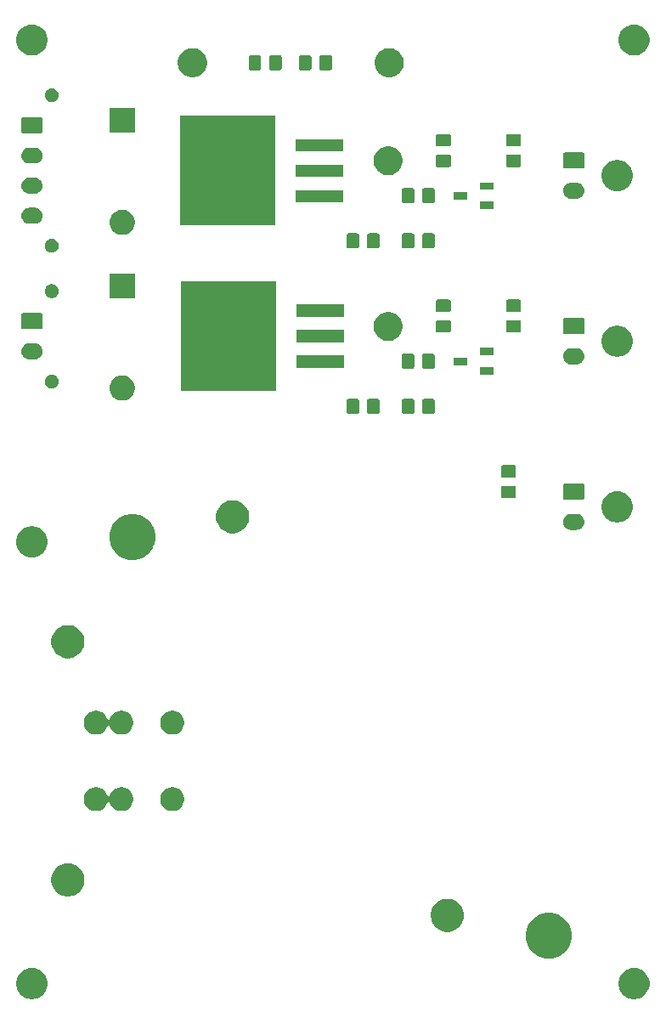
<source format=gbr>
G04 #@! TF.GenerationSoftware,KiCad,Pcbnew,(5.1.5)-3*
G04 #@! TF.CreationDate,2021-01-10T22:56:31-06:00*
G04 #@! TF.ProjectId,ContactorDriver,436f6e74-6163-4746-9f72-447269766572,rev?*
G04 #@! TF.SameCoordinates,Original*
G04 #@! TF.FileFunction,Soldermask,Top*
G04 #@! TF.FilePolarity,Negative*
%FSLAX46Y46*%
G04 Gerber Fmt 4.6, Leading zero omitted, Abs format (unit mm)*
G04 Created by KiCad (PCBNEW (5.1.5)-3) date 2021-01-10 22:56:31*
%MOMM*%
%LPD*%
G04 APERTURE LIST*
%ADD10C,0.100000*%
G04 APERTURE END LIST*
D10*
G36*
X227302585Y-163478802D02*
G01*
X227452410Y-163508604D01*
X227734674Y-163625521D01*
X227988705Y-163795259D01*
X228204741Y-164011295D01*
X228374479Y-164265326D01*
X228491396Y-164547590D01*
X228551000Y-164847240D01*
X228551000Y-165152760D01*
X228491396Y-165452410D01*
X228374479Y-165734674D01*
X228204741Y-165988705D01*
X227988705Y-166204741D01*
X227734674Y-166374479D01*
X227452410Y-166491396D01*
X227302585Y-166521198D01*
X227152761Y-166551000D01*
X226847239Y-166551000D01*
X226697415Y-166521198D01*
X226547590Y-166491396D01*
X226265326Y-166374479D01*
X226011295Y-166204741D01*
X225795259Y-165988705D01*
X225625521Y-165734674D01*
X225508604Y-165452410D01*
X225449000Y-165152760D01*
X225449000Y-164847240D01*
X225508604Y-164547590D01*
X225625521Y-164265326D01*
X225795259Y-164011295D01*
X226011295Y-163795259D01*
X226265326Y-163625521D01*
X226547590Y-163508604D01*
X226697415Y-163478802D01*
X226847239Y-163449000D01*
X227152761Y-163449000D01*
X227302585Y-163478802D01*
G37*
G36*
X167302585Y-163478802D02*
G01*
X167452410Y-163508604D01*
X167734674Y-163625521D01*
X167988705Y-163795259D01*
X168204741Y-164011295D01*
X168374479Y-164265326D01*
X168491396Y-164547590D01*
X168551000Y-164847240D01*
X168551000Y-165152760D01*
X168491396Y-165452410D01*
X168374479Y-165734674D01*
X168204741Y-165988705D01*
X167988705Y-166204741D01*
X167734674Y-166374479D01*
X167452410Y-166491396D01*
X167302585Y-166521198D01*
X167152761Y-166551000D01*
X166847239Y-166551000D01*
X166697415Y-166521198D01*
X166547590Y-166491396D01*
X166265326Y-166374479D01*
X166011295Y-166204741D01*
X165795259Y-165988705D01*
X165625521Y-165734674D01*
X165508604Y-165452410D01*
X165449000Y-165152760D01*
X165449000Y-164847240D01*
X165508604Y-164547590D01*
X165625521Y-164265326D01*
X165795259Y-164011295D01*
X166011295Y-163795259D01*
X166265326Y-163625521D01*
X166547590Y-163508604D01*
X166697415Y-163478802D01*
X166847239Y-163449000D01*
X167152761Y-163449000D01*
X167302585Y-163478802D01*
G37*
G36*
X219171304Y-158037002D02*
G01*
X219590139Y-158210489D01*
X219590141Y-158210490D01*
X219779891Y-158337277D01*
X219967082Y-158462354D01*
X220287646Y-158782918D01*
X220539511Y-159159861D01*
X220712998Y-159578696D01*
X220801440Y-160023327D01*
X220801440Y-160476673D01*
X220712998Y-160921304D01*
X220539511Y-161340139D01*
X220539510Y-161340141D01*
X220287645Y-161717083D01*
X219967083Y-162037645D01*
X219590141Y-162289510D01*
X219590140Y-162289511D01*
X219590139Y-162289511D01*
X219171304Y-162462998D01*
X218726673Y-162551440D01*
X218273327Y-162551440D01*
X217828696Y-162462998D01*
X217409861Y-162289511D01*
X217409860Y-162289511D01*
X217409859Y-162289510D01*
X217032917Y-162037645D01*
X216712355Y-161717083D01*
X216460490Y-161340141D01*
X216460489Y-161340139D01*
X216287002Y-160921304D01*
X216198560Y-160476673D01*
X216198560Y-160023327D01*
X216287002Y-159578696D01*
X216460489Y-159159861D01*
X216712354Y-158782918D01*
X217032918Y-158462354D01*
X217220109Y-158337277D01*
X217409859Y-158210490D01*
X217409861Y-158210489D01*
X217828696Y-158037002D01*
X218273327Y-157948560D01*
X218726673Y-157948560D01*
X219171304Y-158037002D01*
G37*
G36*
X208775256Y-156591298D02*
G01*
X208881579Y-156612447D01*
X209182042Y-156736903D01*
X209452451Y-156917585D01*
X209682415Y-157147549D01*
X209682416Y-157147551D01*
X209863098Y-157417960D01*
X209987553Y-157718422D01*
X210051000Y-158037389D01*
X210051000Y-158362611D01*
X210008702Y-158575256D01*
X209987553Y-158681579D01*
X209863097Y-158982042D01*
X209682415Y-159252451D01*
X209452451Y-159482415D01*
X209182042Y-159663097D01*
X208881579Y-159787553D01*
X208775256Y-159808702D01*
X208562611Y-159851000D01*
X208237389Y-159851000D01*
X208024744Y-159808702D01*
X207918421Y-159787553D01*
X207617958Y-159663097D01*
X207347549Y-159482415D01*
X207117585Y-159252451D01*
X206936903Y-158982042D01*
X206812447Y-158681579D01*
X206791298Y-158575256D01*
X206749000Y-158362611D01*
X206749000Y-158037389D01*
X206812447Y-157718422D01*
X206936902Y-157417960D01*
X207117584Y-157147551D01*
X207117585Y-157147549D01*
X207347549Y-156917585D01*
X207617958Y-156736903D01*
X207918421Y-156612447D01*
X208024744Y-156591298D01*
X208237389Y-156549000D01*
X208562611Y-156549000D01*
X208775256Y-156591298D01*
G37*
G36*
X170955256Y-153071298D02*
G01*
X171061579Y-153092447D01*
X171362042Y-153216903D01*
X171632451Y-153397585D01*
X171862415Y-153627549D01*
X172043097Y-153897958D01*
X172167553Y-154198421D01*
X172231000Y-154517391D01*
X172231000Y-154842609D01*
X172167553Y-155161579D01*
X172043097Y-155462042D01*
X171862415Y-155732451D01*
X171632451Y-155962415D01*
X171362042Y-156143097D01*
X171061579Y-156267553D01*
X170955256Y-156288702D01*
X170742611Y-156331000D01*
X170417389Y-156331000D01*
X170204744Y-156288702D01*
X170098421Y-156267553D01*
X169797958Y-156143097D01*
X169527549Y-155962415D01*
X169297585Y-155732451D01*
X169116903Y-155462042D01*
X168992447Y-155161579D01*
X168929000Y-154842609D01*
X168929000Y-154517391D01*
X168992447Y-154198421D01*
X169116903Y-153897958D01*
X169297585Y-153627549D01*
X169527549Y-153397585D01*
X169797958Y-153216903D01*
X170098421Y-153092447D01*
X170204744Y-153071298D01*
X170417389Y-153029000D01*
X170742611Y-153029000D01*
X170955256Y-153071298D01*
G37*
G36*
X181348276Y-145471884D02*
G01*
X181565569Y-145561890D01*
X181565571Y-145561891D01*
X181761130Y-145692560D01*
X181927440Y-145858870D01*
X182058110Y-146054431D01*
X182148116Y-146271724D01*
X182194000Y-146502400D01*
X182194000Y-146737600D01*
X182148116Y-146968276D01*
X182058110Y-147185569D01*
X182058109Y-147185571D01*
X181927440Y-147381130D01*
X181761130Y-147547440D01*
X181565571Y-147678109D01*
X181565570Y-147678110D01*
X181565569Y-147678110D01*
X181348276Y-147768116D01*
X181117600Y-147814000D01*
X180882400Y-147814000D01*
X180651724Y-147768116D01*
X180434431Y-147678110D01*
X180434430Y-147678110D01*
X180434429Y-147678109D01*
X180238870Y-147547440D01*
X180072560Y-147381130D01*
X179941891Y-147185571D01*
X179941890Y-147185569D01*
X179851884Y-146968276D01*
X179806000Y-146737600D01*
X179806000Y-146502400D01*
X179851884Y-146271724D01*
X179941890Y-146054431D01*
X180072560Y-145858870D01*
X180238870Y-145692560D01*
X180434429Y-145561891D01*
X180434431Y-145561890D01*
X180651724Y-145471884D01*
X180882400Y-145426000D01*
X181117600Y-145426000D01*
X181348276Y-145471884D01*
G37*
G36*
X173728276Y-145471884D02*
G01*
X173945569Y-145561890D01*
X173945571Y-145561891D01*
X174141130Y-145692560D01*
X174307440Y-145858870D01*
X174438110Y-146054431D01*
X174529513Y-146275097D01*
X174534516Y-146291589D01*
X174546067Y-146313199D01*
X174561613Y-146332141D01*
X174580555Y-146347686D01*
X174602165Y-146359237D01*
X174625614Y-146366350D01*
X174650000Y-146368752D01*
X174674387Y-146366350D01*
X174697836Y-146359237D01*
X174719446Y-146347686D01*
X174738388Y-146332140D01*
X174753933Y-146313198D01*
X174765484Y-146291588D01*
X174770486Y-146275098D01*
X174861890Y-146054431D01*
X174992560Y-145858870D01*
X175158870Y-145692560D01*
X175354429Y-145561891D01*
X175354431Y-145561890D01*
X175571724Y-145471884D01*
X175802400Y-145426000D01*
X176037600Y-145426000D01*
X176268276Y-145471884D01*
X176485569Y-145561890D01*
X176485571Y-145561891D01*
X176681130Y-145692560D01*
X176847440Y-145858870D01*
X176978110Y-146054431D01*
X177068116Y-146271724D01*
X177114000Y-146502400D01*
X177114000Y-146737600D01*
X177068116Y-146968276D01*
X176978110Y-147185569D01*
X176978109Y-147185571D01*
X176847440Y-147381130D01*
X176681130Y-147547440D01*
X176485571Y-147678109D01*
X176485570Y-147678110D01*
X176485569Y-147678110D01*
X176268276Y-147768116D01*
X176037600Y-147814000D01*
X175802400Y-147814000D01*
X175571724Y-147768116D01*
X175354431Y-147678110D01*
X175354430Y-147678110D01*
X175354429Y-147678109D01*
X175158870Y-147547440D01*
X174992560Y-147381130D01*
X174861891Y-147185571D01*
X174771885Y-146968277D01*
X174770487Y-146964903D01*
X174765484Y-146948411D01*
X174753933Y-146926801D01*
X174738387Y-146907859D01*
X174719445Y-146892314D01*
X174697835Y-146880763D01*
X174674386Y-146873650D01*
X174650000Y-146871248D01*
X174625613Y-146873650D01*
X174602164Y-146880763D01*
X174580554Y-146892314D01*
X174561612Y-146907860D01*
X174546067Y-146926802D01*
X174534516Y-146948412D01*
X174529514Y-146964902D01*
X174438110Y-147185569D01*
X174438109Y-147185571D01*
X174307440Y-147381130D01*
X174141130Y-147547440D01*
X173945571Y-147678109D01*
X173945570Y-147678110D01*
X173945569Y-147678110D01*
X173728276Y-147768116D01*
X173497600Y-147814000D01*
X173262400Y-147814000D01*
X173031724Y-147768116D01*
X172814431Y-147678110D01*
X172814430Y-147678110D01*
X172814429Y-147678109D01*
X172618870Y-147547440D01*
X172452560Y-147381130D01*
X172321891Y-147185571D01*
X172321890Y-147185569D01*
X172231884Y-146968276D01*
X172186000Y-146737600D01*
X172186000Y-146502400D01*
X172231884Y-146271724D01*
X172321890Y-146054431D01*
X172452560Y-145858870D01*
X172618870Y-145692560D01*
X172814429Y-145561891D01*
X172814431Y-145561890D01*
X173031724Y-145471884D01*
X173262400Y-145426000D01*
X173497600Y-145426000D01*
X173728276Y-145471884D01*
G37*
G36*
X181348276Y-137851884D02*
G01*
X181565569Y-137941890D01*
X181565571Y-137941891D01*
X181761130Y-138072560D01*
X181927440Y-138238870D01*
X182058110Y-138434431D01*
X182148116Y-138651724D01*
X182194000Y-138882400D01*
X182194000Y-139117600D01*
X182148116Y-139348276D01*
X182058110Y-139565569D01*
X182058109Y-139565571D01*
X181927440Y-139761130D01*
X181761130Y-139927440D01*
X181565571Y-140058109D01*
X181565570Y-140058110D01*
X181565569Y-140058110D01*
X181348276Y-140148116D01*
X181117600Y-140194000D01*
X180882400Y-140194000D01*
X180651724Y-140148116D01*
X180434431Y-140058110D01*
X180434430Y-140058110D01*
X180434429Y-140058109D01*
X180238870Y-139927440D01*
X180072560Y-139761130D01*
X179941891Y-139565571D01*
X179941890Y-139565569D01*
X179851884Y-139348276D01*
X179806000Y-139117600D01*
X179806000Y-138882400D01*
X179851884Y-138651724D01*
X179941890Y-138434431D01*
X180072560Y-138238870D01*
X180238870Y-138072560D01*
X180434429Y-137941891D01*
X180434431Y-137941890D01*
X180651724Y-137851884D01*
X180882400Y-137806000D01*
X181117600Y-137806000D01*
X181348276Y-137851884D01*
G37*
G36*
X173728276Y-137851884D02*
G01*
X173945569Y-137941890D01*
X173945571Y-137941891D01*
X174141130Y-138072560D01*
X174307440Y-138238870D01*
X174438110Y-138434431D01*
X174529513Y-138655097D01*
X174534516Y-138671589D01*
X174546067Y-138693199D01*
X174561613Y-138712141D01*
X174580555Y-138727686D01*
X174602165Y-138739237D01*
X174625614Y-138746350D01*
X174650000Y-138748752D01*
X174674387Y-138746350D01*
X174697836Y-138739237D01*
X174719446Y-138727686D01*
X174738388Y-138712140D01*
X174753933Y-138693198D01*
X174765484Y-138671588D01*
X174770486Y-138655098D01*
X174861890Y-138434431D01*
X174992560Y-138238870D01*
X175158870Y-138072560D01*
X175354429Y-137941891D01*
X175354431Y-137941890D01*
X175571724Y-137851884D01*
X175802400Y-137806000D01*
X176037600Y-137806000D01*
X176268276Y-137851884D01*
X176485569Y-137941890D01*
X176485571Y-137941891D01*
X176681130Y-138072560D01*
X176847440Y-138238870D01*
X176978110Y-138434431D01*
X177068116Y-138651724D01*
X177114000Y-138882400D01*
X177114000Y-139117600D01*
X177068116Y-139348276D01*
X176978110Y-139565569D01*
X176978109Y-139565571D01*
X176847440Y-139761130D01*
X176681130Y-139927440D01*
X176485571Y-140058109D01*
X176485570Y-140058110D01*
X176485569Y-140058110D01*
X176268276Y-140148116D01*
X176037600Y-140194000D01*
X175802400Y-140194000D01*
X175571724Y-140148116D01*
X175354431Y-140058110D01*
X175354430Y-140058110D01*
X175354429Y-140058109D01*
X175158870Y-139927440D01*
X174992560Y-139761130D01*
X174861891Y-139565571D01*
X174771885Y-139348277D01*
X174770487Y-139344903D01*
X174765484Y-139328411D01*
X174753933Y-139306801D01*
X174738387Y-139287859D01*
X174719445Y-139272314D01*
X174697835Y-139260763D01*
X174674386Y-139253650D01*
X174650000Y-139251248D01*
X174625613Y-139253650D01*
X174602164Y-139260763D01*
X174580554Y-139272314D01*
X174561612Y-139287860D01*
X174546067Y-139306802D01*
X174534516Y-139328412D01*
X174529514Y-139344902D01*
X174438110Y-139565569D01*
X174438109Y-139565571D01*
X174307440Y-139761130D01*
X174141130Y-139927440D01*
X173945571Y-140058109D01*
X173945570Y-140058110D01*
X173945569Y-140058110D01*
X173728276Y-140148116D01*
X173497600Y-140194000D01*
X173262400Y-140194000D01*
X173031724Y-140148116D01*
X172814431Y-140058110D01*
X172814430Y-140058110D01*
X172814429Y-140058109D01*
X172618870Y-139927440D01*
X172452560Y-139761130D01*
X172321891Y-139565571D01*
X172321890Y-139565569D01*
X172231884Y-139348276D01*
X172186000Y-139117600D01*
X172186000Y-138882400D01*
X172231884Y-138651724D01*
X172321890Y-138434431D01*
X172452560Y-138238870D01*
X172618870Y-138072560D01*
X172814429Y-137941891D01*
X172814431Y-137941890D01*
X173031724Y-137851884D01*
X173262400Y-137806000D01*
X173497600Y-137806000D01*
X173728276Y-137851884D01*
G37*
G36*
X170955256Y-129331298D02*
G01*
X171061579Y-129352447D01*
X171362042Y-129476903D01*
X171632451Y-129657585D01*
X171862415Y-129887549D01*
X172043097Y-130157958D01*
X172167553Y-130458421D01*
X172231000Y-130777391D01*
X172231000Y-131102609D01*
X172167553Y-131421579D01*
X172043097Y-131722042D01*
X171862415Y-131992451D01*
X171632451Y-132222415D01*
X171362042Y-132403097D01*
X171061579Y-132527553D01*
X170955256Y-132548702D01*
X170742611Y-132591000D01*
X170417389Y-132591000D01*
X170204744Y-132548702D01*
X170098421Y-132527553D01*
X169797958Y-132403097D01*
X169527549Y-132222415D01*
X169297585Y-131992451D01*
X169116903Y-131722042D01*
X168992447Y-131421579D01*
X168929000Y-131102609D01*
X168929000Y-130777391D01*
X168992447Y-130458421D01*
X169116903Y-130157958D01*
X169297585Y-129887549D01*
X169527549Y-129657585D01*
X169797958Y-129476903D01*
X170098421Y-129352447D01*
X170204744Y-129331298D01*
X170417389Y-129289000D01*
X170742611Y-129289000D01*
X170955256Y-129331298D01*
G37*
G36*
X177671304Y-118287002D02*
G01*
X178018625Y-118430867D01*
X178090141Y-118460490D01*
X178228345Y-118552835D01*
X178455687Y-118704740D01*
X178467083Y-118712355D01*
X178787645Y-119032917D01*
X178971459Y-119308013D01*
X179039511Y-119409861D01*
X179212998Y-119828696D01*
X179301440Y-120273327D01*
X179301440Y-120726673D01*
X179212998Y-121171304D01*
X179096560Y-121452410D01*
X179039510Y-121590141D01*
X178787645Y-121967083D01*
X178467083Y-122287645D01*
X178090141Y-122539510D01*
X178090140Y-122539511D01*
X178090139Y-122539511D01*
X177671304Y-122712998D01*
X177226673Y-122801440D01*
X176773327Y-122801440D01*
X176328696Y-122712998D01*
X175909861Y-122539511D01*
X175909860Y-122539511D01*
X175909859Y-122539510D01*
X175532917Y-122287645D01*
X175212355Y-121967083D01*
X174960490Y-121590141D01*
X174903440Y-121452410D01*
X174787002Y-121171304D01*
X174698560Y-120726673D01*
X174698560Y-120273327D01*
X174787002Y-119828696D01*
X174960489Y-119409861D01*
X175028542Y-119308013D01*
X175212355Y-119032917D01*
X175532917Y-118712355D01*
X175544314Y-118704740D01*
X175771655Y-118552835D01*
X175909859Y-118460490D01*
X175981375Y-118430867D01*
X176328696Y-118287002D01*
X176773327Y-118198560D01*
X177226673Y-118198560D01*
X177671304Y-118287002D01*
G37*
G36*
X167302585Y-119478802D02*
G01*
X167452410Y-119508604D01*
X167734674Y-119625521D01*
X167988705Y-119795259D01*
X168204741Y-120011295D01*
X168374479Y-120265326D01*
X168491396Y-120547590D01*
X168491396Y-120547591D01*
X168551000Y-120847239D01*
X168551000Y-121152761D01*
X168547311Y-121171305D01*
X168491396Y-121452410D01*
X168374479Y-121734674D01*
X168204741Y-121988705D01*
X167988705Y-122204741D01*
X167734674Y-122374479D01*
X167452410Y-122491396D01*
X167302585Y-122521198D01*
X167152761Y-122551000D01*
X166847239Y-122551000D01*
X166697415Y-122521198D01*
X166547590Y-122491396D01*
X166265326Y-122374479D01*
X166011295Y-122204741D01*
X165795259Y-121988705D01*
X165625521Y-121734674D01*
X165508604Y-121452410D01*
X165452689Y-121171305D01*
X165449000Y-121152761D01*
X165449000Y-120847239D01*
X165508604Y-120547591D01*
X165508604Y-120547590D01*
X165625521Y-120265326D01*
X165795259Y-120011295D01*
X166011295Y-119795259D01*
X166265326Y-119625521D01*
X166547590Y-119508604D01*
X166697415Y-119478802D01*
X166847239Y-119449000D01*
X167152761Y-119449000D01*
X167302585Y-119478802D01*
G37*
G36*
X187375256Y-116891298D02*
G01*
X187481579Y-116912447D01*
X187782042Y-117036903D01*
X188052451Y-117217585D01*
X188282415Y-117447549D01*
X188463097Y-117717958D01*
X188463098Y-117717960D01*
X188587553Y-118018422D01*
X188651000Y-118337389D01*
X188651000Y-118662611D01*
X188641105Y-118712354D01*
X188587553Y-118981579D01*
X188463097Y-119282042D01*
X188282415Y-119552451D01*
X188052451Y-119782415D01*
X187782042Y-119963097D01*
X187481579Y-120087553D01*
X187375256Y-120108702D01*
X187162611Y-120151000D01*
X186837389Y-120151000D01*
X186624744Y-120108702D01*
X186518421Y-120087553D01*
X186217958Y-119963097D01*
X185947549Y-119782415D01*
X185717585Y-119552451D01*
X185536903Y-119282042D01*
X185412447Y-118981579D01*
X185358895Y-118712354D01*
X185349000Y-118662611D01*
X185349000Y-118337389D01*
X185412447Y-118018422D01*
X185536902Y-117717960D01*
X185536903Y-117717958D01*
X185717585Y-117447549D01*
X185947549Y-117217585D01*
X186217958Y-117036903D01*
X186518421Y-116912447D01*
X186624744Y-116891298D01*
X186837389Y-116849000D01*
X187162611Y-116849000D01*
X187375256Y-116891298D01*
G37*
G36*
X221338571Y-118202863D02*
G01*
X221417023Y-118210590D01*
X221496417Y-118234674D01*
X221568013Y-118256392D01*
X221707165Y-118330771D01*
X221829133Y-118430867D01*
X221929229Y-118552835D01*
X222003608Y-118691987D01*
X222007477Y-118704741D01*
X222049410Y-118842977D01*
X222064875Y-119000000D01*
X222049410Y-119157023D01*
X222018875Y-119257682D01*
X222003608Y-119308013D01*
X221929229Y-119447165D01*
X221829133Y-119569133D01*
X221707165Y-119669229D01*
X221568013Y-119743608D01*
X221517682Y-119758875D01*
X221417023Y-119789410D01*
X221338571Y-119797137D01*
X221299346Y-119801000D01*
X220700654Y-119801000D01*
X220661429Y-119797137D01*
X220582977Y-119789410D01*
X220482318Y-119758875D01*
X220431987Y-119743608D01*
X220292835Y-119669229D01*
X220170867Y-119569133D01*
X220070771Y-119447165D01*
X219996392Y-119308013D01*
X219981125Y-119257682D01*
X219950590Y-119157023D01*
X219935125Y-119000000D01*
X219950590Y-118842977D01*
X219992523Y-118704741D01*
X219996392Y-118691987D01*
X220070771Y-118552835D01*
X220170867Y-118430867D01*
X220292835Y-118330771D01*
X220431987Y-118256392D01*
X220503583Y-118234674D01*
X220582977Y-118210590D01*
X220661429Y-118202863D01*
X220700654Y-118199000D01*
X221299346Y-118199000D01*
X221338571Y-118202863D01*
G37*
G36*
X225622585Y-115978802D02*
G01*
X225772410Y-116008604D01*
X226054674Y-116125521D01*
X226308705Y-116295259D01*
X226524741Y-116511295D01*
X226694479Y-116765326D01*
X226811396Y-117047590D01*
X226871000Y-117347240D01*
X226871000Y-117652760D01*
X226811396Y-117952410D01*
X226694479Y-118234674D01*
X226524741Y-118488705D01*
X226308705Y-118704741D01*
X226054674Y-118874479D01*
X225772410Y-118991396D01*
X225622585Y-119021198D01*
X225472761Y-119051000D01*
X225167239Y-119051000D01*
X225017415Y-119021198D01*
X224867590Y-118991396D01*
X224585326Y-118874479D01*
X224331295Y-118704741D01*
X224115259Y-118488705D01*
X223945521Y-118234674D01*
X223828604Y-117952410D01*
X223769000Y-117652760D01*
X223769000Y-117347240D01*
X223828604Y-117047590D01*
X223945521Y-116765326D01*
X224115259Y-116511295D01*
X224331295Y-116295259D01*
X224585326Y-116125521D01*
X224867590Y-116008604D01*
X225017415Y-115978802D01*
X225167239Y-115949000D01*
X225472761Y-115949000D01*
X225622585Y-115978802D01*
G37*
G36*
X221913048Y-115203122D02*
G01*
X221947387Y-115213539D01*
X221979036Y-115230456D01*
X222006778Y-115253222D01*
X222029544Y-115280964D01*
X222046461Y-115312613D01*
X222056878Y-115346952D01*
X222061000Y-115388807D01*
X222061000Y-116611193D01*
X222056878Y-116653048D01*
X222046461Y-116687387D01*
X222029544Y-116719036D01*
X222006778Y-116746778D01*
X221979036Y-116769544D01*
X221947387Y-116786461D01*
X221913048Y-116796878D01*
X221871193Y-116801000D01*
X220128807Y-116801000D01*
X220086952Y-116796878D01*
X220052613Y-116786461D01*
X220020964Y-116769544D01*
X219993222Y-116746778D01*
X219970456Y-116719036D01*
X219953539Y-116687387D01*
X219943122Y-116653048D01*
X219939000Y-116611193D01*
X219939000Y-115388807D01*
X219943122Y-115346952D01*
X219953539Y-115312613D01*
X219970456Y-115280964D01*
X219993222Y-115253222D01*
X220020964Y-115230456D01*
X220052613Y-115213539D01*
X220086952Y-115203122D01*
X220128807Y-115199000D01*
X221871193Y-115199000D01*
X221913048Y-115203122D01*
G37*
G36*
X215088674Y-115403465D02*
G01*
X215126367Y-115414899D01*
X215161103Y-115433466D01*
X215191548Y-115458452D01*
X215216534Y-115488897D01*
X215235101Y-115523633D01*
X215246535Y-115561326D01*
X215251000Y-115606661D01*
X215251000Y-116443339D01*
X215246535Y-116488674D01*
X215235101Y-116526367D01*
X215216534Y-116561103D01*
X215191548Y-116591548D01*
X215161103Y-116616534D01*
X215126367Y-116635101D01*
X215088674Y-116646535D01*
X215043339Y-116651000D01*
X213956661Y-116651000D01*
X213911326Y-116646535D01*
X213873633Y-116635101D01*
X213838897Y-116616534D01*
X213808452Y-116591548D01*
X213783466Y-116561103D01*
X213764899Y-116526367D01*
X213753465Y-116488674D01*
X213749000Y-116443339D01*
X213749000Y-115606661D01*
X213753465Y-115561326D01*
X213764899Y-115523633D01*
X213783466Y-115488897D01*
X213808452Y-115458452D01*
X213838897Y-115433466D01*
X213873633Y-115414899D01*
X213911326Y-115403465D01*
X213956661Y-115399000D01*
X215043339Y-115399000D01*
X215088674Y-115403465D01*
G37*
G36*
X215088674Y-113353465D02*
G01*
X215126367Y-113364899D01*
X215161103Y-113383466D01*
X215191548Y-113408452D01*
X215216534Y-113438897D01*
X215235101Y-113473633D01*
X215246535Y-113511326D01*
X215251000Y-113556661D01*
X215251000Y-114393339D01*
X215246535Y-114438674D01*
X215235101Y-114476367D01*
X215216534Y-114511103D01*
X215191548Y-114541548D01*
X215161103Y-114566534D01*
X215126367Y-114585101D01*
X215088674Y-114596535D01*
X215043339Y-114601000D01*
X213956661Y-114601000D01*
X213911326Y-114596535D01*
X213873633Y-114585101D01*
X213838897Y-114566534D01*
X213808452Y-114541548D01*
X213783466Y-114511103D01*
X213764899Y-114476367D01*
X213753465Y-114438674D01*
X213749000Y-114393339D01*
X213749000Y-113556661D01*
X213753465Y-113511326D01*
X213764899Y-113473633D01*
X213783466Y-113438897D01*
X213808452Y-113408452D01*
X213838897Y-113383466D01*
X213873633Y-113364899D01*
X213911326Y-113353465D01*
X213956661Y-113349000D01*
X215043339Y-113349000D01*
X215088674Y-113353465D01*
G37*
G36*
X206988674Y-106753465D02*
G01*
X207026367Y-106764899D01*
X207061103Y-106783466D01*
X207091548Y-106808452D01*
X207116534Y-106838897D01*
X207135101Y-106873633D01*
X207146535Y-106911326D01*
X207151000Y-106956661D01*
X207151000Y-108043339D01*
X207146535Y-108088674D01*
X207135101Y-108126367D01*
X207116534Y-108161103D01*
X207091548Y-108191548D01*
X207061103Y-108216534D01*
X207026367Y-108235101D01*
X206988674Y-108246535D01*
X206943339Y-108251000D01*
X206106661Y-108251000D01*
X206061326Y-108246535D01*
X206023633Y-108235101D01*
X205988897Y-108216534D01*
X205958452Y-108191548D01*
X205933466Y-108161103D01*
X205914899Y-108126367D01*
X205903465Y-108088674D01*
X205899000Y-108043339D01*
X205899000Y-106956661D01*
X205903465Y-106911326D01*
X205914899Y-106873633D01*
X205933466Y-106838897D01*
X205958452Y-106808452D01*
X205988897Y-106783466D01*
X206023633Y-106764899D01*
X206061326Y-106753465D01*
X206106661Y-106749000D01*
X206943339Y-106749000D01*
X206988674Y-106753465D01*
G37*
G36*
X199438674Y-106753465D02*
G01*
X199476367Y-106764899D01*
X199511103Y-106783466D01*
X199541548Y-106808452D01*
X199566534Y-106838897D01*
X199585101Y-106873633D01*
X199596535Y-106911326D01*
X199601000Y-106956661D01*
X199601000Y-108043339D01*
X199596535Y-108088674D01*
X199585101Y-108126367D01*
X199566534Y-108161103D01*
X199541548Y-108191548D01*
X199511103Y-108216534D01*
X199476367Y-108235101D01*
X199438674Y-108246535D01*
X199393339Y-108251000D01*
X198556661Y-108251000D01*
X198511326Y-108246535D01*
X198473633Y-108235101D01*
X198438897Y-108216534D01*
X198408452Y-108191548D01*
X198383466Y-108161103D01*
X198364899Y-108126367D01*
X198353465Y-108088674D01*
X198349000Y-108043339D01*
X198349000Y-106956661D01*
X198353465Y-106911326D01*
X198364899Y-106873633D01*
X198383466Y-106838897D01*
X198408452Y-106808452D01*
X198438897Y-106783466D01*
X198473633Y-106764899D01*
X198511326Y-106753465D01*
X198556661Y-106749000D01*
X199393339Y-106749000D01*
X199438674Y-106753465D01*
G37*
G36*
X201488674Y-106753465D02*
G01*
X201526367Y-106764899D01*
X201561103Y-106783466D01*
X201591548Y-106808452D01*
X201616534Y-106838897D01*
X201635101Y-106873633D01*
X201646535Y-106911326D01*
X201651000Y-106956661D01*
X201651000Y-108043339D01*
X201646535Y-108088674D01*
X201635101Y-108126367D01*
X201616534Y-108161103D01*
X201591548Y-108191548D01*
X201561103Y-108216534D01*
X201526367Y-108235101D01*
X201488674Y-108246535D01*
X201443339Y-108251000D01*
X200606661Y-108251000D01*
X200561326Y-108246535D01*
X200523633Y-108235101D01*
X200488897Y-108216534D01*
X200458452Y-108191548D01*
X200433466Y-108161103D01*
X200414899Y-108126367D01*
X200403465Y-108088674D01*
X200399000Y-108043339D01*
X200399000Y-106956661D01*
X200403465Y-106911326D01*
X200414899Y-106873633D01*
X200433466Y-106838897D01*
X200458452Y-106808452D01*
X200488897Y-106783466D01*
X200523633Y-106764899D01*
X200561326Y-106753465D01*
X200606661Y-106749000D01*
X201443339Y-106749000D01*
X201488674Y-106753465D01*
G37*
G36*
X204938674Y-106753465D02*
G01*
X204976367Y-106764899D01*
X205011103Y-106783466D01*
X205041548Y-106808452D01*
X205066534Y-106838897D01*
X205085101Y-106873633D01*
X205096535Y-106911326D01*
X205101000Y-106956661D01*
X205101000Y-108043339D01*
X205096535Y-108088674D01*
X205085101Y-108126367D01*
X205066534Y-108161103D01*
X205041548Y-108191548D01*
X205011103Y-108216534D01*
X204976367Y-108235101D01*
X204938674Y-108246535D01*
X204893339Y-108251000D01*
X204056661Y-108251000D01*
X204011326Y-108246535D01*
X203973633Y-108235101D01*
X203938897Y-108216534D01*
X203908452Y-108191548D01*
X203883466Y-108161103D01*
X203864899Y-108126367D01*
X203853465Y-108088674D01*
X203849000Y-108043339D01*
X203849000Y-106956661D01*
X203853465Y-106911326D01*
X203864899Y-106873633D01*
X203883466Y-106838897D01*
X203908452Y-106808452D01*
X203938897Y-106783466D01*
X203973633Y-106764899D01*
X204011326Y-106753465D01*
X204056661Y-106749000D01*
X204893339Y-106749000D01*
X204938674Y-106753465D01*
G37*
G36*
X176364903Y-104457075D02*
G01*
X176592571Y-104551378D01*
X176797466Y-104688285D01*
X176971715Y-104862534D01*
X177108622Y-105067429D01*
X177108623Y-105067431D01*
X177108679Y-105067566D01*
X177202925Y-105295097D01*
X177251000Y-105536787D01*
X177251000Y-105783213D01*
X177202925Y-106024903D01*
X177108622Y-106252571D01*
X176971715Y-106457466D01*
X176797466Y-106631715D01*
X176592571Y-106768622D01*
X176592570Y-106768623D01*
X176592569Y-106768623D01*
X176364903Y-106862925D01*
X176123214Y-106911000D01*
X175876786Y-106911000D01*
X175635097Y-106862925D01*
X175407431Y-106768623D01*
X175407430Y-106768623D01*
X175407429Y-106768622D01*
X175202534Y-106631715D01*
X175028285Y-106457466D01*
X174891378Y-106252571D01*
X174797075Y-106024903D01*
X174749000Y-105783213D01*
X174749000Y-105536787D01*
X174797075Y-105295097D01*
X174891321Y-105067566D01*
X174891377Y-105067431D01*
X174891378Y-105067429D01*
X175028285Y-104862534D01*
X175202534Y-104688285D01*
X175407429Y-104551378D01*
X175635097Y-104457075D01*
X175876786Y-104409000D01*
X176123214Y-104409000D01*
X176364903Y-104457075D01*
G37*
G36*
X191326000Y-105951000D02*
G01*
X181824000Y-105951000D01*
X181824000Y-95049000D01*
X191326000Y-95049000D01*
X191326000Y-105951000D01*
G37*
G36*
X169160098Y-104340362D02*
G01*
X169284941Y-104392074D01*
X169284943Y-104392075D01*
X169310273Y-104409000D01*
X169397299Y-104467149D01*
X169492851Y-104562701D01*
X169567926Y-104675059D01*
X169619638Y-104799902D01*
X169646000Y-104932434D01*
X169646000Y-105067566D01*
X169619638Y-105200098D01*
X169580288Y-105295097D01*
X169567925Y-105324943D01*
X169492851Y-105437299D01*
X169397299Y-105532851D01*
X169284943Y-105607925D01*
X169284942Y-105607926D01*
X169284941Y-105607926D01*
X169160098Y-105659638D01*
X169027566Y-105686000D01*
X168892434Y-105686000D01*
X168759902Y-105659638D01*
X168635059Y-105607926D01*
X168635058Y-105607926D01*
X168635057Y-105607925D01*
X168522701Y-105532851D01*
X168427149Y-105437299D01*
X168352075Y-105324943D01*
X168339712Y-105295097D01*
X168300362Y-105200098D01*
X168274000Y-105067566D01*
X168274000Y-104932434D01*
X168300362Y-104799902D01*
X168352074Y-104675059D01*
X168427149Y-104562701D01*
X168522701Y-104467149D01*
X168609727Y-104409000D01*
X168635057Y-104392075D01*
X168635059Y-104392074D01*
X168759902Y-104340362D01*
X168892434Y-104314000D01*
X169027566Y-104314000D01*
X169160098Y-104340362D01*
G37*
G36*
X212971000Y-104326000D02*
G01*
X211649000Y-104326000D01*
X211649000Y-103574000D01*
X212971000Y-103574000D01*
X212971000Y-104326000D01*
G37*
G36*
X204938674Y-102253465D02*
G01*
X204976367Y-102264899D01*
X205011103Y-102283466D01*
X205041548Y-102308452D01*
X205066534Y-102338897D01*
X205085101Y-102373633D01*
X205096535Y-102411326D01*
X205101000Y-102456661D01*
X205101000Y-103543339D01*
X205096535Y-103588674D01*
X205085101Y-103626367D01*
X205066534Y-103661103D01*
X205041548Y-103691548D01*
X205011103Y-103716534D01*
X204976367Y-103735101D01*
X204938674Y-103746535D01*
X204893339Y-103751000D01*
X204056661Y-103751000D01*
X204011326Y-103746535D01*
X203973633Y-103735101D01*
X203938897Y-103716534D01*
X203908452Y-103691548D01*
X203883466Y-103661103D01*
X203864899Y-103626367D01*
X203853465Y-103588674D01*
X203849000Y-103543339D01*
X203849000Y-102456661D01*
X203853465Y-102411326D01*
X203864899Y-102373633D01*
X203883466Y-102338897D01*
X203908452Y-102308452D01*
X203938897Y-102283466D01*
X203973633Y-102264899D01*
X204011326Y-102253465D01*
X204056661Y-102249000D01*
X204893339Y-102249000D01*
X204938674Y-102253465D01*
G37*
G36*
X206988674Y-102253465D02*
G01*
X207026367Y-102264899D01*
X207061103Y-102283466D01*
X207091548Y-102308452D01*
X207116534Y-102338897D01*
X207135101Y-102373633D01*
X207146535Y-102411326D01*
X207151000Y-102456661D01*
X207151000Y-103543339D01*
X207146535Y-103588674D01*
X207135101Y-103626367D01*
X207116534Y-103661103D01*
X207091548Y-103691548D01*
X207061103Y-103716534D01*
X207026367Y-103735101D01*
X206988674Y-103746535D01*
X206943339Y-103751000D01*
X206106661Y-103751000D01*
X206061326Y-103746535D01*
X206023633Y-103735101D01*
X205988897Y-103716534D01*
X205958452Y-103691548D01*
X205933466Y-103661103D01*
X205914899Y-103626367D01*
X205903465Y-103588674D01*
X205899000Y-103543339D01*
X205899000Y-102456661D01*
X205903465Y-102411326D01*
X205914899Y-102373633D01*
X205933466Y-102338897D01*
X205958452Y-102308452D01*
X205988897Y-102283466D01*
X206023633Y-102264899D01*
X206061326Y-102253465D01*
X206106661Y-102249000D01*
X206943339Y-102249000D01*
X206988674Y-102253465D01*
G37*
G36*
X198076000Y-103641000D02*
G01*
X193374000Y-103641000D01*
X193374000Y-102439000D01*
X198076000Y-102439000D01*
X198076000Y-103641000D01*
G37*
G36*
X210351000Y-103376000D02*
G01*
X209029000Y-103376000D01*
X209029000Y-102624000D01*
X210351000Y-102624000D01*
X210351000Y-103376000D01*
G37*
G36*
X221338571Y-101702863D02*
G01*
X221417023Y-101710590D01*
X221496417Y-101734674D01*
X221568013Y-101756392D01*
X221707165Y-101830771D01*
X221829133Y-101930867D01*
X221929229Y-102052835D01*
X222003608Y-102191987D01*
X222007477Y-102204741D01*
X222049410Y-102342977D01*
X222064875Y-102500000D01*
X222049410Y-102657023D01*
X222045707Y-102669229D01*
X222003608Y-102808013D01*
X221929229Y-102947165D01*
X221829133Y-103069133D01*
X221707165Y-103169229D01*
X221568013Y-103243608D01*
X221517682Y-103258875D01*
X221417023Y-103289410D01*
X221338571Y-103297137D01*
X221299346Y-103301000D01*
X220700654Y-103301000D01*
X220661429Y-103297137D01*
X220582977Y-103289410D01*
X220482318Y-103258875D01*
X220431987Y-103243608D01*
X220292835Y-103169229D01*
X220170867Y-103069133D01*
X220070771Y-102947165D01*
X219996392Y-102808013D01*
X219954293Y-102669229D01*
X219950590Y-102657023D01*
X219935125Y-102500000D01*
X219950590Y-102342977D01*
X219992523Y-102204741D01*
X219996392Y-102191987D01*
X220070771Y-102052835D01*
X220170867Y-101930867D01*
X220292835Y-101830771D01*
X220431987Y-101756392D01*
X220503583Y-101734674D01*
X220582977Y-101710590D01*
X220661429Y-101702863D01*
X220700654Y-101699000D01*
X221299346Y-101699000D01*
X221338571Y-101702863D01*
G37*
G36*
X167338571Y-101202863D02*
G01*
X167417023Y-101210590D01*
X167517682Y-101241125D01*
X167568013Y-101256392D01*
X167707165Y-101330771D01*
X167829133Y-101430867D01*
X167929229Y-101552835D01*
X168003608Y-101691987D01*
X168003608Y-101691988D01*
X168049410Y-101842977D01*
X168064875Y-102000000D01*
X168049410Y-102157023D01*
X168038803Y-102191988D01*
X168003608Y-102308013D01*
X167929229Y-102447165D01*
X167829133Y-102569133D01*
X167707165Y-102669229D01*
X167568013Y-102743608D01*
X167517682Y-102758875D01*
X167417023Y-102789410D01*
X167338571Y-102797137D01*
X167299346Y-102801000D01*
X166700654Y-102801000D01*
X166661429Y-102797137D01*
X166582977Y-102789410D01*
X166482318Y-102758875D01*
X166431987Y-102743608D01*
X166292835Y-102669229D01*
X166170867Y-102569133D01*
X166070771Y-102447165D01*
X165996392Y-102308013D01*
X165961197Y-102191988D01*
X165950590Y-102157023D01*
X165935125Y-102000000D01*
X165950590Y-101842977D01*
X165996392Y-101691988D01*
X165996392Y-101691987D01*
X166070771Y-101552835D01*
X166170867Y-101430867D01*
X166292835Y-101330771D01*
X166431987Y-101256392D01*
X166482318Y-101241125D01*
X166582977Y-101210590D01*
X166661429Y-101202863D01*
X166700654Y-101199000D01*
X167299346Y-101199000D01*
X167338571Y-101202863D01*
G37*
G36*
X225622585Y-99478802D02*
G01*
X225772410Y-99508604D01*
X226054674Y-99625521D01*
X226308705Y-99795259D01*
X226524741Y-100011295D01*
X226694479Y-100265326D01*
X226811396Y-100547590D01*
X226871000Y-100847240D01*
X226871000Y-101152760D01*
X226811396Y-101452410D01*
X226694479Y-101734674D01*
X226524741Y-101988705D01*
X226308705Y-102204741D01*
X226054674Y-102374479D01*
X225772410Y-102491396D01*
X225622711Y-102521173D01*
X225472761Y-102551000D01*
X225167239Y-102551000D01*
X225017289Y-102521173D01*
X224867590Y-102491396D01*
X224585326Y-102374479D01*
X224331295Y-102204741D01*
X224115259Y-101988705D01*
X223945521Y-101734674D01*
X223828604Y-101452410D01*
X223769000Y-101152760D01*
X223769000Y-100847240D01*
X223828604Y-100547590D01*
X223945521Y-100265326D01*
X224115259Y-100011295D01*
X224331295Y-99795259D01*
X224585326Y-99625521D01*
X224867590Y-99508604D01*
X225017415Y-99478802D01*
X225167239Y-99449000D01*
X225472761Y-99449000D01*
X225622585Y-99478802D01*
G37*
G36*
X212971000Y-102426000D02*
G01*
X211649000Y-102426000D01*
X211649000Y-101674000D01*
X212971000Y-101674000D01*
X212971000Y-102426000D01*
G37*
G36*
X198076000Y-101101000D02*
G01*
X193374000Y-101101000D01*
X193374000Y-99899000D01*
X198076000Y-99899000D01*
X198076000Y-101101000D01*
G37*
G36*
X202923241Y-98129760D02*
G01*
X203187305Y-98239139D01*
X203424958Y-98397934D01*
X203627066Y-98600042D01*
X203785861Y-98837695D01*
X203895240Y-99101759D01*
X203951000Y-99382088D01*
X203951000Y-99667912D01*
X203895240Y-99948241D01*
X203785861Y-100212305D01*
X203627066Y-100449958D01*
X203424958Y-100652066D01*
X203187305Y-100810861D01*
X202923241Y-100920240D01*
X202642912Y-100976000D01*
X202357088Y-100976000D01*
X202076759Y-100920240D01*
X201812695Y-100810861D01*
X201575042Y-100652066D01*
X201372934Y-100449958D01*
X201214139Y-100212305D01*
X201104760Y-99948241D01*
X201049000Y-99667912D01*
X201049000Y-99382088D01*
X201104760Y-99101759D01*
X201214139Y-98837695D01*
X201372934Y-98600042D01*
X201575042Y-98397934D01*
X201812695Y-98239139D01*
X202076759Y-98129760D01*
X202357088Y-98074000D01*
X202642912Y-98074000D01*
X202923241Y-98129760D01*
G37*
G36*
X221913048Y-98703122D02*
G01*
X221947387Y-98713539D01*
X221979036Y-98730456D01*
X222006778Y-98753222D01*
X222029544Y-98780964D01*
X222046461Y-98812613D01*
X222056878Y-98846952D01*
X222061000Y-98888807D01*
X222061000Y-100111193D01*
X222056878Y-100153048D01*
X222046461Y-100187387D01*
X222029544Y-100219036D01*
X222006778Y-100246778D01*
X221979036Y-100269544D01*
X221947387Y-100286461D01*
X221913048Y-100296878D01*
X221871193Y-100301000D01*
X220128807Y-100301000D01*
X220086952Y-100296878D01*
X220052613Y-100286461D01*
X220020964Y-100269544D01*
X219993222Y-100246778D01*
X219970456Y-100219036D01*
X219953539Y-100187387D01*
X219943122Y-100153048D01*
X219939000Y-100111193D01*
X219939000Y-98888807D01*
X219943122Y-98846952D01*
X219953539Y-98812613D01*
X219970456Y-98780964D01*
X219993222Y-98753222D01*
X220020964Y-98730456D01*
X220052613Y-98713539D01*
X220086952Y-98703122D01*
X220128807Y-98699000D01*
X221871193Y-98699000D01*
X221913048Y-98703122D01*
G37*
G36*
X215588674Y-98903465D02*
G01*
X215626367Y-98914899D01*
X215661103Y-98933466D01*
X215691548Y-98958452D01*
X215716534Y-98988897D01*
X215735101Y-99023633D01*
X215746535Y-99061326D01*
X215751000Y-99106661D01*
X215751000Y-99943339D01*
X215746535Y-99988674D01*
X215735101Y-100026367D01*
X215716534Y-100061103D01*
X215691548Y-100091548D01*
X215661103Y-100116534D01*
X215626367Y-100135101D01*
X215588674Y-100146535D01*
X215543339Y-100151000D01*
X214456661Y-100151000D01*
X214411326Y-100146535D01*
X214373633Y-100135101D01*
X214338897Y-100116534D01*
X214308452Y-100091548D01*
X214283466Y-100061103D01*
X214264899Y-100026367D01*
X214253465Y-99988674D01*
X214249000Y-99943339D01*
X214249000Y-99106661D01*
X214253465Y-99061326D01*
X214264899Y-99023633D01*
X214283466Y-98988897D01*
X214308452Y-98958452D01*
X214338897Y-98933466D01*
X214373633Y-98914899D01*
X214411326Y-98903465D01*
X214456661Y-98899000D01*
X215543339Y-98899000D01*
X215588674Y-98903465D01*
G37*
G36*
X208588674Y-98903465D02*
G01*
X208626367Y-98914899D01*
X208661103Y-98933466D01*
X208691548Y-98958452D01*
X208716534Y-98988897D01*
X208735101Y-99023633D01*
X208746535Y-99061326D01*
X208751000Y-99106661D01*
X208751000Y-99943339D01*
X208746535Y-99988674D01*
X208735101Y-100026367D01*
X208716534Y-100061103D01*
X208691548Y-100091548D01*
X208661103Y-100116534D01*
X208626367Y-100135101D01*
X208588674Y-100146535D01*
X208543339Y-100151000D01*
X207456661Y-100151000D01*
X207411326Y-100146535D01*
X207373633Y-100135101D01*
X207338897Y-100116534D01*
X207308452Y-100091548D01*
X207283466Y-100061103D01*
X207264899Y-100026367D01*
X207253465Y-99988674D01*
X207249000Y-99943339D01*
X207249000Y-99106661D01*
X207253465Y-99061326D01*
X207264899Y-99023633D01*
X207283466Y-98988897D01*
X207308452Y-98958452D01*
X207338897Y-98933466D01*
X207373633Y-98914899D01*
X207411326Y-98903465D01*
X207456661Y-98899000D01*
X208543339Y-98899000D01*
X208588674Y-98903465D01*
G37*
G36*
X167913048Y-98203122D02*
G01*
X167947387Y-98213539D01*
X167979036Y-98230456D01*
X168006778Y-98253222D01*
X168029544Y-98280964D01*
X168046461Y-98312613D01*
X168056878Y-98346952D01*
X168061000Y-98388807D01*
X168061000Y-99611193D01*
X168056878Y-99653048D01*
X168046461Y-99687387D01*
X168029544Y-99719036D01*
X168006778Y-99746778D01*
X167979036Y-99769544D01*
X167947387Y-99786461D01*
X167913048Y-99796878D01*
X167871193Y-99801000D01*
X166128807Y-99801000D01*
X166086952Y-99796878D01*
X166052613Y-99786461D01*
X166020964Y-99769544D01*
X165993222Y-99746778D01*
X165970456Y-99719036D01*
X165953539Y-99687387D01*
X165943122Y-99653048D01*
X165939000Y-99611193D01*
X165939000Y-98388807D01*
X165943122Y-98346952D01*
X165953539Y-98312613D01*
X165970456Y-98280964D01*
X165993222Y-98253222D01*
X166020964Y-98230456D01*
X166052613Y-98213539D01*
X166086952Y-98203122D01*
X166128807Y-98199000D01*
X167871193Y-98199000D01*
X167913048Y-98203122D01*
G37*
G36*
X198076000Y-98561000D02*
G01*
X193374000Y-98561000D01*
X193374000Y-97359000D01*
X198076000Y-97359000D01*
X198076000Y-98561000D01*
G37*
G36*
X215588674Y-96853465D02*
G01*
X215626367Y-96864899D01*
X215661103Y-96883466D01*
X215691548Y-96908452D01*
X215716534Y-96938897D01*
X215735101Y-96973633D01*
X215746535Y-97011326D01*
X215751000Y-97056661D01*
X215751000Y-97893339D01*
X215746535Y-97938674D01*
X215735101Y-97976367D01*
X215716534Y-98011103D01*
X215691548Y-98041548D01*
X215661103Y-98066534D01*
X215626367Y-98085101D01*
X215588674Y-98096535D01*
X215543339Y-98101000D01*
X214456661Y-98101000D01*
X214411326Y-98096535D01*
X214373633Y-98085101D01*
X214338897Y-98066534D01*
X214308452Y-98041548D01*
X214283466Y-98011103D01*
X214264899Y-97976367D01*
X214253465Y-97938674D01*
X214249000Y-97893339D01*
X214249000Y-97056661D01*
X214253465Y-97011326D01*
X214264899Y-96973633D01*
X214283466Y-96938897D01*
X214308452Y-96908452D01*
X214338897Y-96883466D01*
X214373633Y-96864899D01*
X214411326Y-96853465D01*
X214456661Y-96849000D01*
X215543339Y-96849000D01*
X215588674Y-96853465D01*
G37*
G36*
X208588674Y-96853465D02*
G01*
X208626367Y-96864899D01*
X208661103Y-96883466D01*
X208691548Y-96908452D01*
X208716534Y-96938897D01*
X208735101Y-96973633D01*
X208746535Y-97011326D01*
X208751000Y-97056661D01*
X208751000Y-97893339D01*
X208746535Y-97938674D01*
X208735101Y-97976367D01*
X208716534Y-98011103D01*
X208691548Y-98041548D01*
X208661103Y-98066534D01*
X208626367Y-98085101D01*
X208588674Y-98096535D01*
X208543339Y-98101000D01*
X207456661Y-98101000D01*
X207411326Y-98096535D01*
X207373633Y-98085101D01*
X207338897Y-98066534D01*
X207308452Y-98041548D01*
X207283466Y-98011103D01*
X207264899Y-97976367D01*
X207253465Y-97938674D01*
X207249000Y-97893339D01*
X207249000Y-97056661D01*
X207253465Y-97011326D01*
X207264899Y-96973633D01*
X207283466Y-96938897D01*
X207308452Y-96908452D01*
X207338897Y-96883466D01*
X207373633Y-96864899D01*
X207411326Y-96853465D01*
X207456661Y-96849000D01*
X208543339Y-96849000D01*
X208588674Y-96853465D01*
G37*
G36*
X177251000Y-96751000D02*
G01*
X174749000Y-96751000D01*
X174749000Y-94249000D01*
X177251000Y-94249000D01*
X177251000Y-96751000D01*
G37*
G36*
X169160098Y-95340362D02*
G01*
X169284941Y-95392074D01*
X169284943Y-95392075D01*
X169397299Y-95467149D01*
X169492851Y-95562701D01*
X169567926Y-95675059D01*
X169619638Y-95799902D01*
X169646000Y-95932434D01*
X169646000Y-96067566D01*
X169619638Y-96200098D01*
X169567926Y-96324941D01*
X169567925Y-96324943D01*
X169492851Y-96437299D01*
X169397299Y-96532851D01*
X169284943Y-96607925D01*
X169284942Y-96607926D01*
X169284941Y-96607926D01*
X169160098Y-96659638D01*
X169027566Y-96686000D01*
X168892434Y-96686000D01*
X168759902Y-96659638D01*
X168635059Y-96607926D01*
X168635058Y-96607926D01*
X168635057Y-96607925D01*
X168522701Y-96532851D01*
X168427149Y-96437299D01*
X168352075Y-96324943D01*
X168352074Y-96324941D01*
X168300362Y-96200098D01*
X168274000Y-96067566D01*
X168274000Y-95932434D01*
X168300362Y-95799902D01*
X168352074Y-95675059D01*
X168427149Y-95562701D01*
X168522701Y-95467149D01*
X168635057Y-95392075D01*
X168635059Y-95392074D01*
X168759902Y-95340362D01*
X168892434Y-95314000D01*
X169027566Y-95314000D01*
X169160098Y-95340362D01*
G37*
G36*
X169160098Y-90840362D02*
G01*
X169284941Y-90892074D01*
X169284943Y-90892075D01*
X169397299Y-90967149D01*
X169492851Y-91062701D01*
X169567926Y-91175059D01*
X169619638Y-91299902D01*
X169646000Y-91432434D01*
X169646000Y-91567566D01*
X169619638Y-91700098D01*
X169567926Y-91824941D01*
X169567925Y-91824943D01*
X169492851Y-91937299D01*
X169397299Y-92032851D01*
X169284943Y-92107925D01*
X169284942Y-92107926D01*
X169284941Y-92107926D01*
X169160098Y-92159638D01*
X169027566Y-92186000D01*
X168892434Y-92186000D01*
X168759902Y-92159638D01*
X168635059Y-92107926D01*
X168635058Y-92107926D01*
X168635057Y-92107925D01*
X168522701Y-92032851D01*
X168427149Y-91937299D01*
X168352075Y-91824943D01*
X168352074Y-91824941D01*
X168300362Y-91700098D01*
X168274000Y-91567566D01*
X168274000Y-91432434D01*
X168300362Y-91299902D01*
X168352074Y-91175059D01*
X168427149Y-91062701D01*
X168522701Y-90967149D01*
X168635057Y-90892075D01*
X168635059Y-90892074D01*
X168759902Y-90840362D01*
X168892434Y-90814000D01*
X169027566Y-90814000D01*
X169160098Y-90840362D01*
G37*
G36*
X204938674Y-90253465D02*
G01*
X204976367Y-90264899D01*
X205011103Y-90283466D01*
X205041548Y-90308452D01*
X205066534Y-90338897D01*
X205085101Y-90373633D01*
X205096535Y-90411326D01*
X205101000Y-90456661D01*
X205101000Y-91543339D01*
X205096535Y-91588674D01*
X205085101Y-91626367D01*
X205066534Y-91661103D01*
X205041548Y-91691548D01*
X205011103Y-91716534D01*
X204976367Y-91735101D01*
X204938674Y-91746535D01*
X204893339Y-91751000D01*
X204056661Y-91751000D01*
X204011326Y-91746535D01*
X203973633Y-91735101D01*
X203938897Y-91716534D01*
X203908452Y-91691548D01*
X203883466Y-91661103D01*
X203864899Y-91626367D01*
X203853465Y-91588674D01*
X203849000Y-91543339D01*
X203849000Y-90456661D01*
X203853465Y-90411326D01*
X203864899Y-90373633D01*
X203883466Y-90338897D01*
X203908452Y-90308452D01*
X203938897Y-90283466D01*
X203973633Y-90264899D01*
X204011326Y-90253465D01*
X204056661Y-90249000D01*
X204893339Y-90249000D01*
X204938674Y-90253465D01*
G37*
G36*
X206988674Y-90253465D02*
G01*
X207026367Y-90264899D01*
X207061103Y-90283466D01*
X207091548Y-90308452D01*
X207116534Y-90338897D01*
X207135101Y-90373633D01*
X207146535Y-90411326D01*
X207151000Y-90456661D01*
X207151000Y-91543339D01*
X207146535Y-91588674D01*
X207135101Y-91626367D01*
X207116534Y-91661103D01*
X207091548Y-91691548D01*
X207061103Y-91716534D01*
X207026367Y-91735101D01*
X206988674Y-91746535D01*
X206943339Y-91751000D01*
X206106661Y-91751000D01*
X206061326Y-91746535D01*
X206023633Y-91735101D01*
X205988897Y-91716534D01*
X205958452Y-91691548D01*
X205933466Y-91661103D01*
X205914899Y-91626367D01*
X205903465Y-91588674D01*
X205899000Y-91543339D01*
X205899000Y-90456661D01*
X205903465Y-90411326D01*
X205914899Y-90373633D01*
X205933466Y-90338897D01*
X205958452Y-90308452D01*
X205988897Y-90283466D01*
X206023633Y-90264899D01*
X206061326Y-90253465D01*
X206106661Y-90249000D01*
X206943339Y-90249000D01*
X206988674Y-90253465D01*
G37*
G36*
X201488674Y-90253465D02*
G01*
X201526367Y-90264899D01*
X201561103Y-90283466D01*
X201591548Y-90308452D01*
X201616534Y-90338897D01*
X201635101Y-90373633D01*
X201646535Y-90411326D01*
X201651000Y-90456661D01*
X201651000Y-91543339D01*
X201646535Y-91588674D01*
X201635101Y-91626367D01*
X201616534Y-91661103D01*
X201591548Y-91691548D01*
X201561103Y-91716534D01*
X201526367Y-91735101D01*
X201488674Y-91746535D01*
X201443339Y-91751000D01*
X200606661Y-91751000D01*
X200561326Y-91746535D01*
X200523633Y-91735101D01*
X200488897Y-91716534D01*
X200458452Y-91691548D01*
X200433466Y-91661103D01*
X200414899Y-91626367D01*
X200403465Y-91588674D01*
X200399000Y-91543339D01*
X200399000Y-90456661D01*
X200403465Y-90411326D01*
X200414899Y-90373633D01*
X200433466Y-90338897D01*
X200458452Y-90308452D01*
X200488897Y-90283466D01*
X200523633Y-90264899D01*
X200561326Y-90253465D01*
X200606661Y-90249000D01*
X201443339Y-90249000D01*
X201488674Y-90253465D01*
G37*
G36*
X199438674Y-90253465D02*
G01*
X199476367Y-90264899D01*
X199511103Y-90283466D01*
X199541548Y-90308452D01*
X199566534Y-90338897D01*
X199585101Y-90373633D01*
X199596535Y-90411326D01*
X199601000Y-90456661D01*
X199601000Y-91543339D01*
X199596535Y-91588674D01*
X199585101Y-91626367D01*
X199566534Y-91661103D01*
X199541548Y-91691548D01*
X199511103Y-91716534D01*
X199476367Y-91735101D01*
X199438674Y-91746535D01*
X199393339Y-91751000D01*
X198556661Y-91751000D01*
X198511326Y-91746535D01*
X198473633Y-91735101D01*
X198438897Y-91716534D01*
X198408452Y-91691548D01*
X198383466Y-91661103D01*
X198364899Y-91626367D01*
X198353465Y-91588674D01*
X198349000Y-91543339D01*
X198349000Y-90456661D01*
X198353465Y-90411326D01*
X198364899Y-90373633D01*
X198383466Y-90338897D01*
X198408452Y-90308452D01*
X198438897Y-90283466D01*
X198473633Y-90264899D01*
X198511326Y-90253465D01*
X198556661Y-90249000D01*
X199393339Y-90249000D01*
X199438674Y-90253465D01*
G37*
G36*
X176364903Y-87957075D02*
G01*
X176592571Y-88051378D01*
X176797466Y-88188285D01*
X176971715Y-88362534D01*
X176971716Y-88362536D01*
X177108623Y-88567431D01*
X177202925Y-88795097D01*
X177251000Y-89036786D01*
X177251000Y-89283214D01*
X177247462Y-89301000D01*
X177202925Y-89524903D01*
X177108622Y-89752571D01*
X176971715Y-89957466D01*
X176797466Y-90131715D01*
X176592571Y-90268622D01*
X176592570Y-90268623D01*
X176592569Y-90268623D01*
X176364903Y-90362925D01*
X176123214Y-90411000D01*
X175876786Y-90411000D01*
X175635097Y-90362925D01*
X175407431Y-90268623D01*
X175407430Y-90268623D01*
X175407429Y-90268622D01*
X175202534Y-90131715D01*
X175028285Y-89957466D01*
X174891378Y-89752571D01*
X174797075Y-89524903D01*
X174752538Y-89301000D01*
X174749000Y-89283214D01*
X174749000Y-89036786D01*
X174797075Y-88795097D01*
X174891377Y-88567431D01*
X175028284Y-88362536D01*
X175028285Y-88362534D01*
X175202534Y-88188285D01*
X175407429Y-88051378D01*
X175635097Y-87957075D01*
X175876786Y-87909000D01*
X176123214Y-87909000D01*
X176364903Y-87957075D01*
G37*
G36*
X191251000Y-89451000D02*
G01*
X181749000Y-89451000D01*
X181749000Y-78549000D01*
X191251000Y-78549000D01*
X191251000Y-89451000D01*
G37*
G36*
X167338571Y-87702863D02*
G01*
X167417023Y-87710590D01*
X167517682Y-87741125D01*
X167568013Y-87756392D01*
X167707165Y-87830771D01*
X167829133Y-87930867D01*
X167929229Y-88052835D01*
X168003608Y-88191987D01*
X168003608Y-88191988D01*
X168049410Y-88342977D01*
X168064875Y-88500000D01*
X168049410Y-88657023D01*
X168018875Y-88757682D01*
X168003608Y-88808013D01*
X167929229Y-88947165D01*
X167829133Y-89069133D01*
X167707165Y-89169229D01*
X167568013Y-89243608D01*
X167517682Y-89258875D01*
X167417023Y-89289410D01*
X167338571Y-89297137D01*
X167299346Y-89301000D01*
X166700654Y-89301000D01*
X166661429Y-89297137D01*
X166582977Y-89289410D01*
X166482318Y-89258875D01*
X166431987Y-89243608D01*
X166292835Y-89169229D01*
X166170867Y-89069133D01*
X166070771Y-88947165D01*
X165996392Y-88808013D01*
X165981125Y-88757682D01*
X165950590Y-88657023D01*
X165935125Y-88500000D01*
X165950590Y-88342977D01*
X165996392Y-88191988D01*
X165996392Y-88191987D01*
X166070771Y-88052835D01*
X166170867Y-87930867D01*
X166292835Y-87830771D01*
X166431987Y-87756392D01*
X166482318Y-87741125D01*
X166582977Y-87710590D01*
X166661429Y-87702863D01*
X166700654Y-87699000D01*
X167299346Y-87699000D01*
X167338571Y-87702863D01*
G37*
G36*
X212971000Y-87826000D02*
G01*
X211649000Y-87826000D01*
X211649000Y-87074000D01*
X212971000Y-87074000D01*
X212971000Y-87826000D01*
G37*
G36*
X204938674Y-85753465D02*
G01*
X204976367Y-85764899D01*
X205011103Y-85783466D01*
X205041548Y-85808452D01*
X205066534Y-85838897D01*
X205085101Y-85873633D01*
X205096535Y-85911326D01*
X205101000Y-85956661D01*
X205101000Y-87043339D01*
X205096535Y-87088674D01*
X205085101Y-87126367D01*
X205066534Y-87161103D01*
X205041548Y-87191548D01*
X205011103Y-87216534D01*
X204976367Y-87235101D01*
X204938674Y-87246535D01*
X204893339Y-87251000D01*
X204056661Y-87251000D01*
X204011326Y-87246535D01*
X203973633Y-87235101D01*
X203938897Y-87216534D01*
X203908452Y-87191548D01*
X203883466Y-87161103D01*
X203864899Y-87126367D01*
X203853465Y-87088674D01*
X203849000Y-87043339D01*
X203849000Y-85956661D01*
X203853465Y-85911326D01*
X203864899Y-85873633D01*
X203883466Y-85838897D01*
X203908452Y-85808452D01*
X203938897Y-85783466D01*
X203973633Y-85764899D01*
X204011326Y-85753465D01*
X204056661Y-85749000D01*
X204893339Y-85749000D01*
X204938674Y-85753465D01*
G37*
G36*
X206988674Y-85753465D02*
G01*
X207026367Y-85764899D01*
X207061103Y-85783466D01*
X207091548Y-85808452D01*
X207116534Y-85838897D01*
X207135101Y-85873633D01*
X207146535Y-85911326D01*
X207151000Y-85956661D01*
X207151000Y-87043339D01*
X207146535Y-87088674D01*
X207135101Y-87126367D01*
X207116534Y-87161103D01*
X207091548Y-87191548D01*
X207061103Y-87216534D01*
X207026367Y-87235101D01*
X206988674Y-87246535D01*
X206943339Y-87251000D01*
X206106661Y-87251000D01*
X206061326Y-87246535D01*
X206023633Y-87235101D01*
X205988897Y-87216534D01*
X205958452Y-87191548D01*
X205933466Y-87161103D01*
X205914899Y-87126367D01*
X205903465Y-87088674D01*
X205899000Y-87043339D01*
X205899000Y-85956661D01*
X205903465Y-85911326D01*
X205914899Y-85873633D01*
X205933466Y-85838897D01*
X205958452Y-85808452D01*
X205988897Y-85783466D01*
X206023633Y-85764899D01*
X206061326Y-85753465D01*
X206106661Y-85749000D01*
X206943339Y-85749000D01*
X206988674Y-85753465D01*
G37*
G36*
X198001000Y-87141000D02*
G01*
X193299000Y-87141000D01*
X193299000Y-85939000D01*
X198001000Y-85939000D01*
X198001000Y-87141000D01*
G37*
G36*
X210351000Y-86876000D02*
G01*
X209029000Y-86876000D01*
X209029000Y-86124000D01*
X210351000Y-86124000D01*
X210351000Y-86876000D01*
G37*
G36*
X221338571Y-85202863D02*
G01*
X221417023Y-85210590D01*
X221496417Y-85234674D01*
X221568013Y-85256392D01*
X221707165Y-85330771D01*
X221829133Y-85430867D01*
X221929229Y-85552835D01*
X222003608Y-85691987D01*
X222007477Y-85704741D01*
X222049410Y-85842977D01*
X222064875Y-86000000D01*
X222049410Y-86157023D01*
X222045707Y-86169229D01*
X222003608Y-86308013D01*
X221929229Y-86447165D01*
X221829133Y-86569133D01*
X221707165Y-86669229D01*
X221568013Y-86743608D01*
X221517682Y-86758875D01*
X221417023Y-86789410D01*
X221338571Y-86797137D01*
X221299346Y-86801000D01*
X220700654Y-86801000D01*
X220661429Y-86797137D01*
X220582977Y-86789410D01*
X220482318Y-86758875D01*
X220431987Y-86743608D01*
X220292835Y-86669229D01*
X220170867Y-86569133D01*
X220070771Y-86447165D01*
X219996392Y-86308013D01*
X219954293Y-86169229D01*
X219950590Y-86157023D01*
X219935125Y-86000000D01*
X219950590Y-85842977D01*
X219992523Y-85704741D01*
X219996392Y-85691987D01*
X220070771Y-85552835D01*
X220170867Y-85430867D01*
X220292835Y-85330771D01*
X220431987Y-85256392D01*
X220503583Y-85234674D01*
X220582977Y-85210590D01*
X220661429Y-85202863D01*
X220700654Y-85199000D01*
X221299346Y-85199000D01*
X221338571Y-85202863D01*
G37*
G36*
X167338571Y-84702863D02*
G01*
X167417023Y-84710590D01*
X167517682Y-84741125D01*
X167568013Y-84756392D01*
X167707165Y-84830771D01*
X167829133Y-84930867D01*
X167929229Y-85052835D01*
X168003608Y-85191987D01*
X168003608Y-85191988D01*
X168049410Y-85342977D01*
X168064875Y-85500000D01*
X168049410Y-85657023D01*
X168038803Y-85691988D01*
X168003608Y-85808013D01*
X167929229Y-85947165D01*
X167829133Y-86069133D01*
X167707165Y-86169229D01*
X167568013Y-86243608D01*
X167517682Y-86258875D01*
X167417023Y-86289410D01*
X167338571Y-86297137D01*
X167299346Y-86301000D01*
X166700654Y-86301000D01*
X166661429Y-86297137D01*
X166582977Y-86289410D01*
X166482318Y-86258875D01*
X166431987Y-86243608D01*
X166292835Y-86169229D01*
X166170867Y-86069133D01*
X166070771Y-85947165D01*
X165996392Y-85808013D01*
X165961197Y-85691988D01*
X165950590Y-85657023D01*
X165935125Y-85500000D01*
X165950590Y-85342977D01*
X165996392Y-85191988D01*
X165996392Y-85191987D01*
X166070771Y-85052835D01*
X166170867Y-84930867D01*
X166292835Y-84830771D01*
X166431987Y-84756392D01*
X166482318Y-84741125D01*
X166582977Y-84710590D01*
X166661429Y-84702863D01*
X166700654Y-84699000D01*
X167299346Y-84699000D01*
X167338571Y-84702863D01*
G37*
G36*
X225622585Y-82978802D02*
G01*
X225772410Y-83008604D01*
X226054674Y-83125521D01*
X226308705Y-83295259D01*
X226524741Y-83511295D01*
X226694479Y-83765326D01*
X226811396Y-84047590D01*
X226871000Y-84347240D01*
X226871000Y-84652760D01*
X226811396Y-84952410D01*
X226694479Y-85234674D01*
X226524741Y-85488705D01*
X226308705Y-85704741D01*
X226054674Y-85874479D01*
X225772410Y-85991396D01*
X225622711Y-86021173D01*
X225472761Y-86051000D01*
X225167239Y-86051000D01*
X225017289Y-86021173D01*
X224867590Y-85991396D01*
X224585326Y-85874479D01*
X224331295Y-85704741D01*
X224115259Y-85488705D01*
X223945521Y-85234674D01*
X223828604Y-84952410D01*
X223769000Y-84652760D01*
X223769000Y-84347240D01*
X223828604Y-84047590D01*
X223945521Y-83765326D01*
X224115259Y-83511295D01*
X224331295Y-83295259D01*
X224585326Y-83125521D01*
X224867590Y-83008604D01*
X225017415Y-82978802D01*
X225167239Y-82949000D01*
X225472761Y-82949000D01*
X225622585Y-82978802D01*
G37*
G36*
X212971000Y-85926000D02*
G01*
X211649000Y-85926000D01*
X211649000Y-85174000D01*
X212971000Y-85174000D01*
X212971000Y-85926000D01*
G37*
G36*
X198001000Y-84601000D02*
G01*
X193299000Y-84601000D01*
X193299000Y-83399000D01*
X198001000Y-83399000D01*
X198001000Y-84601000D01*
G37*
G36*
X202923241Y-81629760D02*
G01*
X203187305Y-81739139D01*
X203424958Y-81897934D01*
X203627066Y-82100042D01*
X203785861Y-82337695D01*
X203895240Y-82601759D01*
X203951000Y-82882088D01*
X203951000Y-83167912D01*
X203895240Y-83448241D01*
X203785861Y-83712305D01*
X203627066Y-83949958D01*
X203424958Y-84152066D01*
X203187305Y-84310861D01*
X202923241Y-84420240D01*
X202642912Y-84476000D01*
X202357088Y-84476000D01*
X202076759Y-84420240D01*
X201812695Y-84310861D01*
X201575042Y-84152066D01*
X201372934Y-83949958D01*
X201214139Y-83712305D01*
X201104760Y-83448241D01*
X201049000Y-83167912D01*
X201049000Y-82882088D01*
X201104760Y-82601759D01*
X201214139Y-82337695D01*
X201372934Y-82100042D01*
X201575042Y-81897934D01*
X201812695Y-81739139D01*
X202076759Y-81629760D01*
X202357088Y-81574000D01*
X202642912Y-81574000D01*
X202923241Y-81629760D01*
G37*
G36*
X221913048Y-82203122D02*
G01*
X221947387Y-82213539D01*
X221979036Y-82230456D01*
X222006778Y-82253222D01*
X222029544Y-82280964D01*
X222046461Y-82312613D01*
X222056878Y-82346952D01*
X222061000Y-82388807D01*
X222061000Y-83611193D01*
X222056878Y-83653048D01*
X222046461Y-83687387D01*
X222029544Y-83719036D01*
X222006778Y-83746778D01*
X221979036Y-83769544D01*
X221947387Y-83786461D01*
X221913048Y-83796878D01*
X221871193Y-83801000D01*
X220128807Y-83801000D01*
X220086952Y-83796878D01*
X220052613Y-83786461D01*
X220020964Y-83769544D01*
X219993222Y-83746778D01*
X219970456Y-83719036D01*
X219953539Y-83687387D01*
X219943122Y-83653048D01*
X219939000Y-83611193D01*
X219939000Y-82388807D01*
X219943122Y-82346952D01*
X219953539Y-82312613D01*
X219970456Y-82280964D01*
X219993222Y-82253222D01*
X220020964Y-82230456D01*
X220052613Y-82213539D01*
X220086952Y-82203122D01*
X220128807Y-82199000D01*
X221871193Y-82199000D01*
X221913048Y-82203122D01*
G37*
G36*
X215588674Y-82403465D02*
G01*
X215626367Y-82414899D01*
X215661103Y-82433466D01*
X215691548Y-82458452D01*
X215716534Y-82488897D01*
X215735101Y-82523633D01*
X215746535Y-82561326D01*
X215751000Y-82606661D01*
X215751000Y-83443339D01*
X215746535Y-83488674D01*
X215735101Y-83526367D01*
X215716534Y-83561103D01*
X215691548Y-83591548D01*
X215661103Y-83616534D01*
X215626367Y-83635101D01*
X215588674Y-83646535D01*
X215543339Y-83651000D01*
X214456661Y-83651000D01*
X214411326Y-83646535D01*
X214373633Y-83635101D01*
X214338897Y-83616534D01*
X214308452Y-83591548D01*
X214283466Y-83561103D01*
X214264899Y-83526367D01*
X214253465Y-83488674D01*
X214249000Y-83443339D01*
X214249000Y-82606661D01*
X214253465Y-82561326D01*
X214264899Y-82523633D01*
X214283466Y-82488897D01*
X214308452Y-82458452D01*
X214338897Y-82433466D01*
X214373633Y-82414899D01*
X214411326Y-82403465D01*
X214456661Y-82399000D01*
X215543339Y-82399000D01*
X215588674Y-82403465D01*
G37*
G36*
X208588674Y-82403465D02*
G01*
X208626367Y-82414899D01*
X208661103Y-82433466D01*
X208691548Y-82458452D01*
X208716534Y-82488897D01*
X208735101Y-82523633D01*
X208746535Y-82561326D01*
X208751000Y-82606661D01*
X208751000Y-83443339D01*
X208746535Y-83488674D01*
X208735101Y-83526367D01*
X208716534Y-83561103D01*
X208691548Y-83591548D01*
X208661103Y-83616534D01*
X208626367Y-83635101D01*
X208588674Y-83646535D01*
X208543339Y-83651000D01*
X207456661Y-83651000D01*
X207411326Y-83646535D01*
X207373633Y-83635101D01*
X207338897Y-83616534D01*
X207308452Y-83591548D01*
X207283466Y-83561103D01*
X207264899Y-83526367D01*
X207253465Y-83488674D01*
X207249000Y-83443339D01*
X207249000Y-82606661D01*
X207253465Y-82561326D01*
X207264899Y-82523633D01*
X207283466Y-82488897D01*
X207308452Y-82458452D01*
X207338897Y-82433466D01*
X207373633Y-82414899D01*
X207411326Y-82403465D01*
X207456661Y-82399000D01*
X208543339Y-82399000D01*
X208588674Y-82403465D01*
G37*
G36*
X167338571Y-81702863D02*
G01*
X167417023Y-81710590D01*
X167511136Y-81739139D01*
X167568013Y-81756392D01*
X167707165Y-81830771D01*
X167829133Y-81930867D01*
X167929229Y-82052835D01*
X168003608Y-82191987D01*
X168011900Y-82219324D01*
X168049410Y-82342977D01*
X168064875Y-82500000D01*
X168049410Y-82657023D01*
X168018875Y-82757682D01*
X168003608Y-82808013D01*
X167929229Y-82947165D01*
X167829133Y-83069133D01*
X167707165Y-83169229D01*
X167568013Y-83243608D01*
X167517682Y-83258875D01*
X167417023Y-83289410D01*
X167338571Y-83297137D01*
X167299346Y-83301000D01*
X166700654Y-83301000D01*
X166661429Y-83297137D01*
X166582977Y-83289410D01*
X166482318Y-83258875D01*
X166431987Y-83243608D01*
X166292835Y-83169229D01*
X166170867Y-83069133D01*
X166070771Y-82947165D01*
X165996392Y-82808013D01*
X165981125Y-82757682D01*
X165950590Y-82657023D01*
X165935125Y-82500000D01*
X165950590Y-82342977D01*
X165988100Y-82219324D01*
X165996392Y-82191987D01*
X166070771Y-82052835D01*
X166170867Y-81930867D01*
X166292835Y-81830771D01*
X166431987Y-81756392D01*
X166488864Y-81739139D01*
X166582977Y-81710590D01*
X166661429Y-81702863D01*
X166700654Y-81699000D01*
X167299346Y-81699000D01*
X167338571Y-81702863D01*
G37*
G36*
X198001000Y-82061000D02*
G01*
X193299000Y-82061000D01*
X193299000Y-80859000D01*
X198001000Y-80859000D01*
X198001000Y-82061000D01*
G37*
G36*
X208588674Y-80353465D02*
G01*
X208626367Y-80364899D01*
X208661103Y-80383466D01*
X208691548Y-80408452D01*
X208716534Y-80438897D01*
X208735101Y-80473633D01*
X208746535Y-80511326D01*
X208751000Y-80556661D01*
X208751000Y-81393339D01*
X208746535Y-81438674D01*
X208735101Y-81476367D01*
X208716534Y-81511103D01*
X208691548Y-81541548D01*
X208661103Y-81566534D01*
X208626367Y-81585101D01*
X208588674Y-81596535D01*
X208543339Y-81601000D01*
X207456661Y-81601000D01*
X207411326Y-81596535D01*
X207373633Y-81585101D01*
X207338897Y-81566534D01*
X207308452Y-81541548D01*
X207283466Y-81511103D01*
X207264899Y-81476367D01*
X207253465Y-81438674D01*
X207249000Y-81393339D01*
X207249000Y-80556661D01*
X207253465Y-80511326D01*
X207264899Y-80473633D01*
X207283466Y-80438897D01*
X207308452Y-80408452D01*
X207338897Y-80383466D01*
X207373633Y-80364899D01*
X207411326Y-80353465D01*
X207456661Y-80349000D01*
X208543339Y-80349000D01*
X208588674Y-80353465D01*
G37*
G36*
X215588674Y-80353465D02*
G01*
X215626367Y-80364899D01*
X215661103Y-80383466D01*
X215691548Y-80408452D01*
X215716534Y-80438897D01*
X215735101Y-80473633D01*
X215746535Y-80511326D01*
X215751000Y-80556661D01*
X215751000Y-81393339D01*
X215746535Y-81438674D01*
X215735101Y-81476367D01*
X215716534Y-81511103D01*
X215691548Y-81541548D01*
X215661103Y-81566534D01*
X215626367Y-81585101D01*
X215588674Y-81596535D01*
X215543339Y-81601000D01*
X214456661Y-81601000D01*
X214411326Y-81596535D01*
X214373633Y-81585101D01*
X214338897Y-81566534D01*
X214308452Y-81541548D01*
X214283466Y-81511103D01*
X214264899Y-81476367D01*
X214253465Y-81438674D01*
X214249000Y-81393339D01*
X214249000Y-80556661D01*
X214253465Y-80511326D01*
X214264899Y-80473633D01*
X214283466Y-80438897D01*
X214308452Y-80408452D01*
X214338897Y-80383466D01*
X214373633Y-80364899D01*
X214411326Y-80353465D01*
X214456661Y-80349000D01*
X215543339Y-80349000D01*
X215588674Y-80353465D01*
G37*
G36*
X167913048Y-78703122D02*
G01*
X167947387Y-78713539D01*
X167979036Y-78730456D01*
X168006778Y-78753222D01*
X168029544Y-78780964D01*
X168046461Y-78812613D01*
X168056878Y-78846952D01*
X168061000Y-78888807D01*
X168061000Y-80111193D01*
X168056878Y-80153048D01*
X168046461Y-80187387D01*
X168029544Y-80219036D01*
X168006778Y-80246778D01*
X167979036Y-80269544D01*
X167947387Y-80286461D01*
X167913048Y-80296878D01*
X167871193Y-80301000D01*
X166128807Y-80301000D01*
X166086952Y-80296878D01*
X166052613Y-80286461D01*
X166020964Y-80269544D01*
X165993222Y-80246778D01*
X165970456Y-80219036D01*
X165953539Y-80187387D01*
X165943122Y-80153048D01*
X165939000Y-80111193D01*
X165939000Y-78888807D01*
X165943122Y-78846952D01*
X165953539Y-78812613D01*
X165970456Y-78780964D01*
X165993222Y-78753222D01*
X166020964Y-78730456D01*
X166052613Y-78713539D01*
X166086952Y-78703122D01*
X166128807Y-78699000D01*
X167871193Y-78699000D01*
X167913048Y-78703122D01*
G37*
G36*
X177251000Y-80251000D02*
G01*
X174749000Y-80251000D01*
X174749000Y-77749000D01*
X177251000Y-77749000D01*
X177251000Y-80251000D01*
G37*
G36*
X169160098Y-75840362D02*
G01*
X169284941Y-75892074D01*
X169284943Y-75892075D01*
X169397299Y-75967149D01*
X169492851Y-76062701D01*
X169567926Y-76175059D01*
X169619638Y-76299902D01*
X169646000Y-76432434D01*
X169646000Y-76567566D01*
X169619638Y-76700098D01*
X169567926Y-76824941D01*
X169567925Y-76824943D01*
X169492851Y-76937299D01*
X169397299Y-77032851D01*
X169284943Y-77107925D01*
X169284942Y-77107926D01*
X169284941Y-77107926D01*
X169160098Y-77159638D01*
X169027566Y-77186000D01*
X168892434Y-77186000D01*
X168759902Y-77159638D01*
X168635059Y-77107926D01*
X168635058Y-77107926D01*
X168635057Y-77107925D01*
X168522701Y-77032851D01*
X168427149Y-76937299D01*
X168352075Y-76824943D01*
X168352074Y-76824941D01*
X168300362Y-76700098D01*
X168274000Y-76567566D01*
X168274000Y-76432434D01*
X168300362Y-76299902D01*
X168352074Y-76175059D01*
X168427149Y-76062701D01*
X168522701Y-75967149D01*
X168635057Y-75892075D01*
X168635059Y-75892074D01*
X168759902Y-75840362D01*
X168892434Y-75814000D01*
X169027566Y-75814000D01*
X169160098Y-75840362D01*
G37*
G36*
X183423241Y-71854760D02*
G01*
X183687305Y-71964139D01*
X183924958Y-72122934D01*
X184127066Y-72325042D01*
X184285861Y-72562695D01*
X184395240Y-72826759D01*
X184451000Y-73107088D01*
X184451000Y-73392912D01*
X184395240Y-73673241D01*
X184285861Y-73937305D01*
X184127066Y-74174958D01*
X183924958Y-74377066D01*
X183687305Y-74535861D01*
X183423241Y-74645240D01*
X183142912Y-74701000D01*
X182857088Y-74701000D01*
X182576759Y-74645240D01*
X182312695Y-74535861D01*
X182075042Y-74377066D01*
X181872934Y-74174958D01*
X181714139Y-73937305D01*
X181604760Y-73673241D01*
X181549000Y-73392912D01*
X181549000Y-73107088D01*
X181604760Y-72826759D01*
X181714139Y-72562695D01*
X181872934Y-72325042D01*
X182075042Y-72122934D01*
X182312695Y-71964139D01*
X182576759Y-71854760D01*
X182857088Y-71799000D01*
X183142912Y-71799000D01*
X183423241Y-71854760D01*
G37*
G36*
X203023241Y-71854760D02*
G01*
X203287305Y-71964139D01*
X203524958Y-72122934D01*
X203727066Y-72325042D01*
X203885861Y-72562695D01*
X203995240Y-72826759D01*
X204051000Y-73107088D01*
X204051000Y-73392912D01*
X203995240Y-73673241D01*
X203885861Y-73937305D01*
X203727066Y-74174958D01*
X203524958Y-74377066D01*
X203287305Y-74535861D01*
X203023241Y-74645240D01*
X202742912Y-74701000D01*
X202457088Y-74701000D01*
X202176759Y-74645240D01*
X201912695Y-74535861D01*
X201675042Y-74377066D01*
X201472934Y-74174958D01*
X201314139Y-73937305D01*
X201204760Y-73673241D01*
X201149000Y-73392912D01*
X201149000Y-73107088D01*
X201204760Y-72826759D01*
X201314139Y-72562695D01*
X201472934Y-72325042D01*
X201675042Y-72122934D01*
X201912695Y-71964139D01*
X202176759Y-71854760D01*
X202457088Y-71799000D01*
X202742912Y-71799000D01*
X203023241Y-71854760D01*
G37*
G36*
X189688674Y-72503465D02*
G01*
X189726367Y-72514899D01*
X189761103Y-72533466D01*
X189791548Y-72558452D01*
X189816534Y-72588897D01*
X189835101Y-72623633D01*
X189846535Y-72661326D01*
X189851000Y-72706661D01*
X189851000Y-73793339D01*
X189846535Y-73838674D01*
X189835101Y-73876367D01*
X189816534Y-73911103D01*
X189791548Y-73941548D01*
X189761103Y-73966534D01*
X189726367Y-73985101D01*
X189688674Y-73996535D01*
X189643339Y-74001000D01*
X188806661Y-74001000D01*
X188761326Y-73996535D01*
X188723633Y-73985101D01*
X188688897Y-73966534D01*
X188658452Y-73941548D01*
X188633466Y-73911103D01*
X188614899Y-73876367D01*
X188603465Y-73838674D01*
X188599000Y-73793339D01*
X188599000Y-72706661D01*
X188603465Y-72661326D01*
X188614899Y-72623633D01*
X188633466Y-72588897D01*
X188658452Y-72558452D01*
X188688897Y-72533466D01*
X188723633Y-72514899D01*
X188761326Y-72503465D01*
X188806661Y-72499000D01*
X189643339Y-72499000D01*
X189688674Y-72503465D01*
G37*
G36*
X191738674Y-72503465D02*
G01*
X191776367Y-72514899D01*
X191811103Y-72533466D01*
X191841548Y-72558452D01*
X191866534Y-72588897D01*
X191885101Y-72623633D01*
X191896535Y-72661326D01*
X191901000Y-72706661D01*
X191901000Y-73793339D01*
X191896535Y-73838674D01*
X191885101Y-73876367D01*
X191866534Y-73911103D01*
X191841548Y-73941548D01*
X191811103Y-73966534D01*
X191776367Y-73985101D01*
X191738674Y-73996535D01*
X191693339Y-74001000D01*
X190856661Y-74001000D01*
X190811326Y-73996535D01*
X190773633Y-73985101D01*
X190738897Y-73966534D01*
X190708452Y-73941548D01*
X190683466Y-73911103D01*
X190664899Y-73876367D01*
X190653465Y-73838674D01*
X190649000Y-73793339D01*
X190649000Y-72706661D01*
X190653465Y-72661326D01*
X190664899Y-72623633D01*
X190683466Y-72588897D01*
X190708452Y-72558452D01*
X190738897Y-72533466D01*
X190773633Y-72514899D01*
X190811326Y-72503465D01*
X190856661Y-72499000D01*
X191693339Y-72499000D01*
X191738674Y-72503465D01*
G37*
G36*
X194688674Y-72503465D02*
G01*
X194726367Y-72514899D01*
X194761103Y-72533466D01*
X194791548Y-72558452D01*
X194816534Y-72588897D01*
X194835101Y-72623633D01*
X194846535Y-72661326D01*
X194851000Y-72706661D01*
X194851000Y-73793339D01*
X194846535Y-73838674D01*
X194835101Y-73876367D01*
X194816534Y-73911103D01*
X194791548Y-73941548D01*
X194761103Y-73966534D01*
X194726367Y-73985101D01*
X194688674Y-73996535D01*
X194643339Y-74001000D01*
X193806661Y-74001000D01*
X193761326Y-73996535D01*
X193723633Y-73985101D01*
X193688897Y-73966534D01*
X193658452Y-73941548D01*
X193633466Y-73911103D01*
X193614899Y-73876367D01*
X193603465Y-73838674D01*
X193599000Y-73793339D01*
X193599000Y-72706661D01*
X193603465Y-72661326D01*
X193614899Y-72623633D01*
X193633466Y-72588897D01*
X193658452Y-72558452D01*
X193688897Y-72533466D01*
X193723633Y-72514899D01*
X193761326Y-72503465D01*
X193806661Y-72499000D01*
X194643339Y-72499000D01*
X194688674Y-72503465D01*
G37*
G36*
X196738674Y-72503465D02*
G01*
X196776367Y-72514899D01*
X196811103Y-72533466D01*
X196841548Y-72558452D01*
X196866534Y-72588897D01*
X196885101Y-72623633D01*
X196896535Y-72661326D01*
X196901000Y-72706661D01*
X196901000Y-73793339D01*
X196896535Y-73838674D01*
X196885101Y-73876367D01*
X196866534Y-73911103D01*
X196841548Y-73941548D01*
X196811103Y-73966534D01*
X196776367Y-73985101D01*
X196738674Y-73996535D01*
X196693339Y-74001000D01*
X195856661Y-74001000D01*
X195811326Y-73996535D01*
X195773633Y-73985101D01*
X195738897Y-73966534D01*
X195708452Y-73941548D01*
X195683466Y-73911103D01*
X195664899Y-73876367D01*
X195653465Y-73838674D01*
X195649000Y-73793339D01*
X195649000Y-72706661D01*
X195653465Y-72661326D01*
X195664899Y-72623633D01*
X195683466Y-72588897D01*
X195708452Y-72558452D01*
X195738897Y-72533466D01*
X195773633Y-72514899D01*
X195811326Y-72503465D01*
X195856661Y-72499000D01*
X196693339Y-72499000D01*
X196738674Y-72503465D01*
G37*
G36*
X167302585Y-69478802D02*
G01*
X167452410Y-69508604D01*
X167734674Y-69625521D01*
X167988705Y-69795259D01*
X168204741Y-70011295D01*
X168374479Y-70265326D01*
X168491396Y-70547590D01*
X168551000Y-70847240D01*
X168551000Y-71152760D01*
X168491396Y-71452410D01*
X168374479Y-71734674D01*
X168204741Y-71988705D01*
X167988705Y-72204741D01*
X167734674Y-72374479D01*
X167452410Y-72491396D01*
X167334252Y-72514899D01*
X167152761Y-72551000D01*
X166847239Y-72551000D01*
X166665748Y-72514899D01*
X166547590Y-72491396D01*
X166265326Y-72374479D01*
X166011295Y-72204741D01*
X165795259Y-71988705D01*
X165625521Y-71734674D01*
X165508604Y-71452410D01*
X165449000Y-71152760D01*
X165449000Y-70847240D01*
X165508604Y-70547590D01*
X165625521Y-70265326D01*
X165795259Y-70011295D01*
X166011295Y-69795259D01*
X166265326Y-69625521D01*
X166547590Y-69508604D01*
X166697415Y-69478802D01*
X166847239Y-69449000D01*
X167152761Y-69449000D01*
X167302585Y-69478802D01*
G37*
G36*
X227302585Y-69478802D02*
G01*
X227452410Y-69508604D01*
X227734674Y-69625521D01*
X227988705Y-69795259D01*
X228204741Y-70011295D01*
X228374479Y-70265326D01*
X228491396Y-70547590D01*
X228551000Y-70847240D01*
X228551000Y-71152760D01*
X228491396Y-71452410D01*
X228374479Y-71734674D01*
X228204741Y-71988705D01*
X227988705Y-72204741D01*
X227734674Y-72374479D01*
X227452410Y-72491396D01*
X227334252Y-72514899D01*
X227152761Y-72551000D01*
X226847239Y-72551000D01*
X226665748Y-72514899D01*
X226547590Y-72491396D01*
X226265326Y-72374479D01*
X226011295Y-72204741D01*
X225795259Y-71988705D01*
X225625521Y-71734674D01*
X225508604Y-71452410D01*
X225449000Y-71152760D01*
X225449000Y-70847240D01*
X225508604Y-70547590D01*
X225625521Y-70265326D01*
X225795259Y-70011295D01*
X226011295Y-69795259D01*
X226265326Y-69625521D01*
X226547590Y-69508604D01*
X226697415Y-69478802D01*
X226847239Y-69449000D01*
X227152761Y-69449000D01*
X227302585Y-69478802D01*
G37*
M02*

</source>
